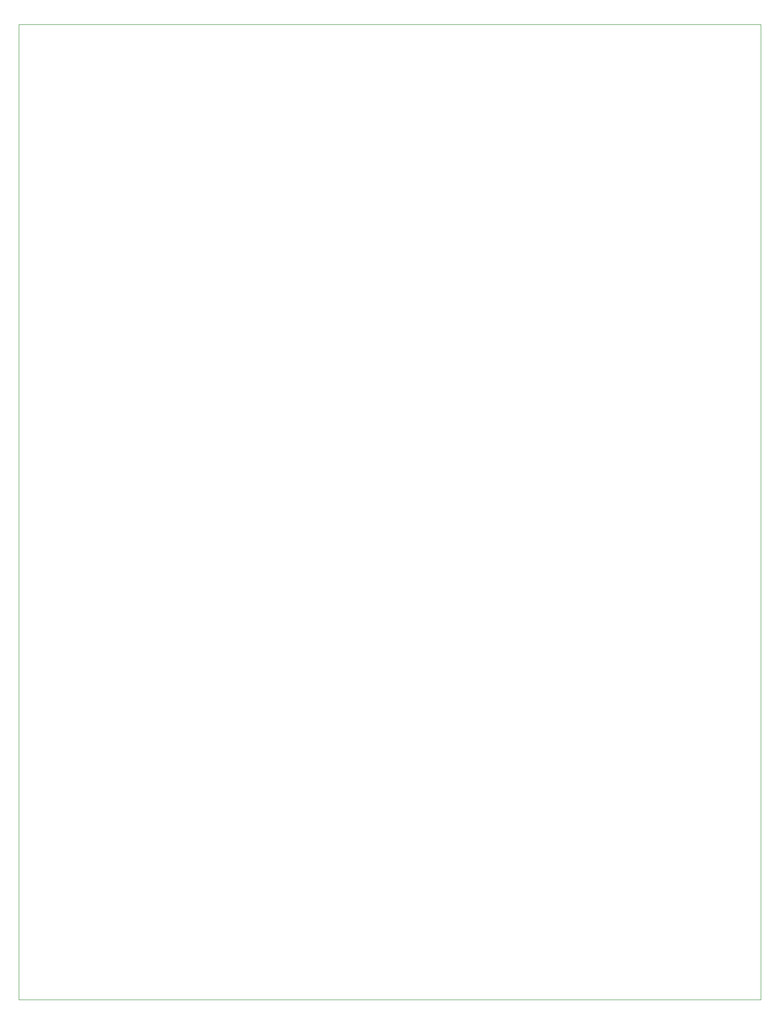
<source format=gbr>
%TF.GenerationSoftware,KiCad,Pcbnew,9.0.6*%
%TF.CreationDate,2025-12-29T23:23:51+08:00*%
%TF.ProjectId,Microver2025,4d696372-6f76-4657-9232-3032352e6b69,rev?*%
%TF.SameCoordinates,Original*%
%TF.FileFunction,Profile,NP*%
%FSLAX46Y46*%
G04 Gerber Fmt 4.6, Leading zero omitted, Abs format (unit mm)*
G04 Created by KiCad (PCBNEW 9.0.6) date 2025-12-29 23:23:51*
%MOMM*%
%LPD*%
G01*
G04 APERTURE LIST*
%TA.AperFunction,Profile*%
%ADD10C,0.050000*%
%TD*%
G04 APERTURE END LIST*
D10*
X221000000Y-31000000D02*
X87000000Y-31000000D01*
X87000000Y-31000000D02*
X87000000Y-207000000D01*
X87000000Y-207000000D02*
X221000000Y-207000000D01*
X221000000Y-31000000D02*
X221000000Y-207000000D01*
M02*

</source>
